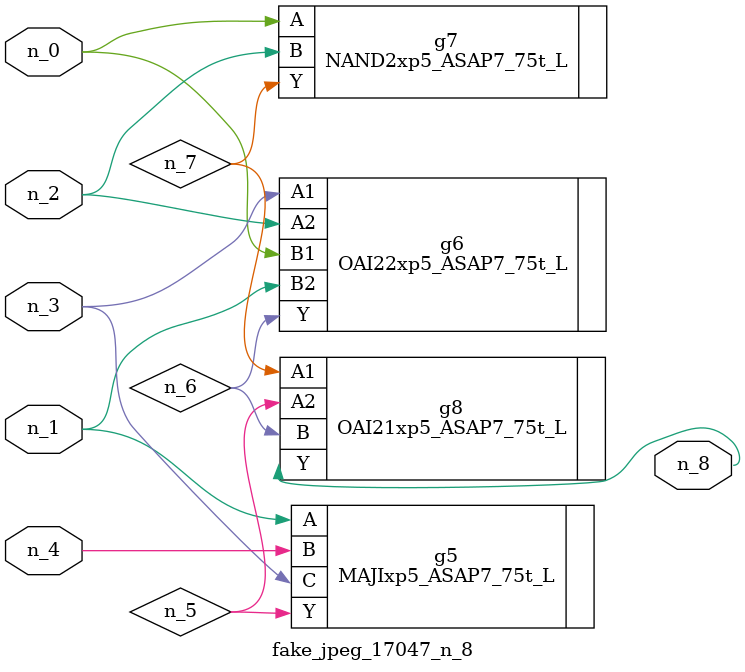
<source format=v>
module fake_jpeg_17047_n_8 (n_3, n_2, n_1, n_0, n_4, n_8);

input n_3;
input n_2;
input n_1;
input n_0;
input n_4;

output n_8;

wire n_6;
wire n_5;
wire n_7;

MAJIxp5_ASAP7_75t_L g5 ( 
.A(n_1),
.B(n_4),
.C(n_3),
.Y(n_5)
);

OAI22xp5_ASAP7_75t_L g6 ( 
.A1(n_3),
.A2(n_2),
.B1(n_0),
.B2(n_1),
.Y(n_6)
);

NAND2xp5_ASAP7_75t_L g7 ( 
.A(n_0),
.B(n_2),
.Y(n_7)
);

OAI21xp5_ASAP7_75t_L g8 ( 
.A1(n_7),
.A2(n_5),
.B(n_6),
.Y(n_8)
);


endmodule
</source>
